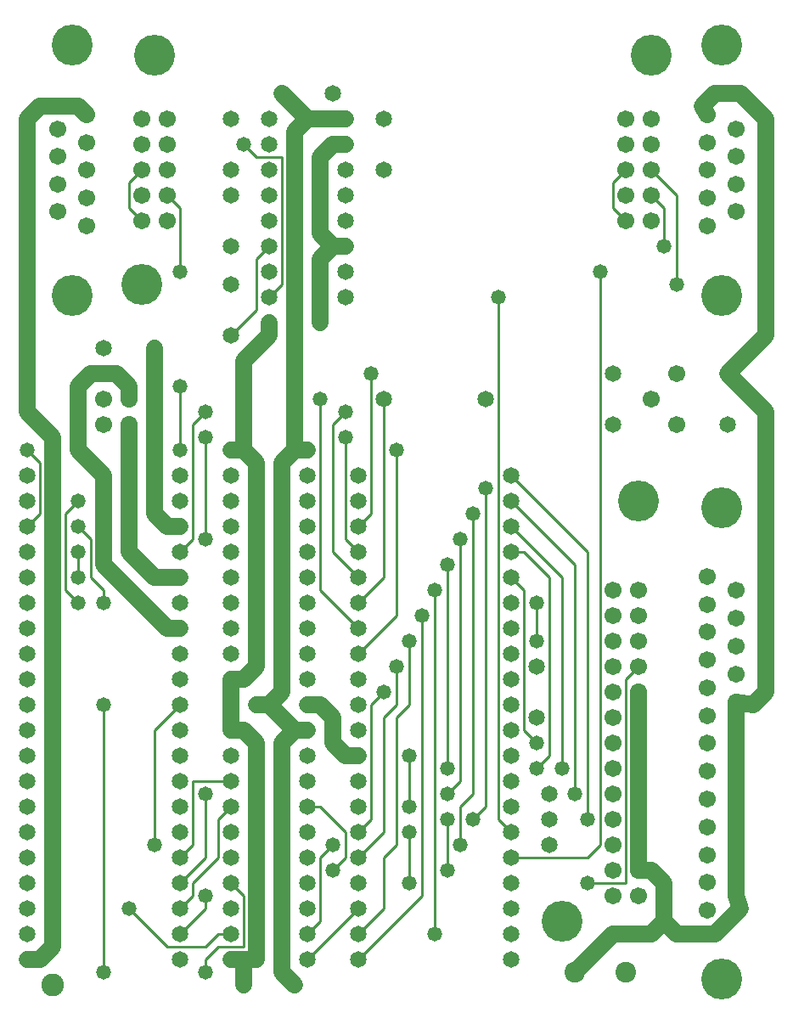
<source format=gtl>
%MOIN*%
%FSLAX25Y25*%
G04 D10 used for Character Trace; *
G04     Circle (OD=.01000) (No hole)*
G04 D11 used for Power Trace; *
G04     Circle (OD=.06700) (No hole)*
G04 D12 used for Signal Trace; *
G04     Circle (OD=.01100) (No hole)*
G04 D13 used for Via; *
G04     Circle (OD=.05800) (Round. Hole ID=.02800)*
G04 D14 used for Component hole; *
G04     Circle (OD=.06500) (Round. Hole ID=.03500)*
G04 D15 used for Component hole; *
G04     Circle (OD=.06700) (Round. Hole ID=.04300)*
G04 D16 used for Component hole; *
G04     Circle (OD=.08100) (Round. Hole ID=.05100)*
G04 D17 used for Component hole; *
G04     Circle (OD=.08900) (Round. Hole ID=.05900)*
G04 D18 used for Component hole; *
G04     Circle (OD=.11300) (Round. Hole ID=.08300)*
G04 D19 used for Component hole; *
G04     Circle (OD=.16000) (Round. Hole ID=.13000)*
G04 D20 used for Component hole; *
G04     Circle (OD=.18300) (Round. Hole ID=.15300)*
G04 D21 used for Component hole; *
G04     Circle (OD=.22291) (Round. Hole ID=.19291)*
%ADD10C,.01000*%
%ADD11C,.06700*%
%ADD12C,.01100*%
%ADD13C,.05800*%
%ADD14C,.06500*%
%ADD15C,.06700*%
%ADD16C,.08100*%
%ADD17C,.08900*%
%ADD18C,.11300*%
%ADD19C,.16000*%
%ADD20C,.18300*%
%ADD21C,.22291*%
%IPPOS*%
%LPD*%
G90*X0Y0D02*D11*X10000Y20000D02*X15000D01*D14*    
X10000D03*D11*X15000D02*X20000Y25000D01*Y80000D01*
D13*D03*D11*Y225000D01*X10000Y235000D01*          
Y260000D01*D13*D03*D11*Y350000D01*                
X15000Y355000D01*X30000D01*X33100Y351800D01*D15*  
D03*Y340900D03*X21800Y335400D03*Y346300D03*       
X55000Y330000D03*D12*X50000Y325000D01*Y315000D01* 
X55000Y310000D01*D15*D03*X65000Y320000D03*D12*    
X70000Y315000D01*Y290000D01*D13*D03*D19*          
X55000Y285000D03*D14*X90000D03*D15*               
X65000Y310000D03*D14*X90000Y300000D03*Y265000D03* 
D12*X100000Y275000D01*Y295000D01*                 
X105000Y300000D01*D14*D03*Y310000D03*Y290000D03*  
D12*Y280000D02*X110000Y285000D01*D14*             
X105000Y280000D03*D12*X110000Y285000D02*          
Y335000D01*X100000D01*X95000Y340000D01*D13*D03*   
D14*X105000Y330000D03*Y350000D03*X90000Y330000D03*
X105000Y340000D03*X90000Y350000D03*               
X110000Y360000D03*D11*X120000Y350000D01*          
X115000Y345000D01*Y255000D01*D13*D03*D11*         
Y230000D01*D14*D03*D11*Y220000D01*                
X110000Y215000D01*Y125000D01*X105000Y120000D01*   
X115000Y110000D01*X110000Y105000D01*Y15000D01*    
X115000Y10000D01*D14*D03*X120000Y20000D03*D12*    
X140000Y40000D01*D14*D03*D12*Y30000D02*           
X150000Y40000D01*D14*X140000Y30000D03*D12*        
X150000Y40000D02*Y60000D01*X155000Y65000D01*      
Y115000D01*X160000Y120000D01*Y145000D01*D13*D03*  
X165000Y155000D03*D12*Y45000D01*X140000Y20000D01* 
D14*D03*D12*X120000Y30000D02*X125000Y35000D01*D14*
X120000Y30000D03*D12*X125000Y35000D02*Y60000D01*  
X130000Y65000D01*D13*D03*D12*Y55000D02*           
X135000Y60000D01*D13*X130000Y55000D03*D12*        
X135000Y60000D02*Y70000D01*X125000Y80000D01*      
X120000D01*D14*D03*Y90000D03*Y70000D03*           
X140000Y60000D03*D12*X150000Y70000D01*Y115000D01* 
X155000Y120000D01*Y135000D01*D13*D03*             
X150000Y125000D03*D12*X145000Y120000D01*Y75000D01*
X140000Y70000D01*D14*D03*Y80000D03*D13*           
X160000Y50000D03*D12*Y70000D01*D13*D03*Y80000D03* 
D12*Y100000D01*D13*D03*X175000Y85000D03*D12*      
X180000Y90000D01*Y185000D01*D13*D03*              
X185000Y195000D03*D12*Y85000D01*X180000Y80000D01* 
Y65000D01*D13*D03*X185000Y75000D03*D12*           
X190000Y80000D01*Y205000D01*D13*D03*D14*          
X200000Y200000D03*D12*X225000Y175000D01*Y85000D01*
D13*D03*D14*X215000Y75000D03*Y85000D03*D13*       
X220000Y95000D03*D12*Y170000D01*X200000Y190000D01*
D14*D03*Y180000D03*D12*X205000D01*                
X215000Y170000D01*Y100000D01*X210000Y95000D01*D13*
D03*D14*X200000Y100000D03*D13*X210000Y105000D03*  
D12*X205000Y110000D01*Y165000D01*                 
X200000Y170000D01*D14*D03*D13*X210000Y160000D03*  
D12*Y145000D01*D13*D03*D14*X200000Y150000D03*     
X210000Y135000D03*X200000Y140000D03*Y130000D03*   
Y160000D03*Y120000D03*D15*X240000Y115000D03*      
Y125000D03*Y135000D03*Y145000D03*D14*             
X210000Y115000D03*D15*X240000Y155000D03*          
Y165000D03*D13*X175000Y175000D03*D12*Y95000D01*   
D13*D03*D12*X200000Y70000D02*X195000Y75000D01*D14*
X200000Y70000D03*D12*X195000Y75000D02*Y280000D01* 
D13*D03*D14*X190000Y240000D03*D13*                
X235000Y290000D03*D12*Y65000D01*X230000Y60000D01* 
X200000D01*D14*D03*Y50000D03*X215000Y65000D03*    
X200000Y80000D03*Y40000D03*D13*X175000Y75000D03*  
D12*Y55000D01*D13*D03*D14*X200000Y30000D03*D13*   
X170000D03*D12*Y165000D01*D13*D03*D12*            
X140000Y140000D02*X155000Y155000D01*D14*          
X140000Y140000D03*Y150000D03*D12*                 
X125000Y165000D01*Y240000D01*D13*D03*             
X135000Y235000D03*D12*X130000Y230000D01*          
Y180000D01*X140000Y170000D01*D14*D03*D12*         
Y160000D02*X150000Y170000D01*D14*                 
X140000Y160000D03*D12*X150000Y170000D02*          
Y240000D01*D14*D03*D13*X145000Y250000D03*D12*     
Y195000D01*X140000Y190000D01*D14*D03*D12*         
Y180000D02*X135000Y185000D01*D14*                 
X140000Y180000D03*D12*X135000Y185000D02*          
Y225000D01*D13*D03*D14*X120000Y210000D03*         
Y220000D03*D11*X115000D01*X100000Y135000D02*      
Y215000D01*X95000Y130000D02*X100000Y135000D01*    
X90000Y130000D02*X95000D01*D14*X90000D03*D11*     
Y110000D01*D14*D03*D11*X95000D01*                 
X100000Y105000D01*Y20000D01*X95000D01*Y10000D01*  
D14*D03*D11*X90000Y20000D02*X95000D01*D14*        
X90000D03*D12*X85000Y25000D02*X95000D01*          
X80000Y20000D02*X85000Y25000D01*X80000Y15000D02*  
Y20000D01*D13*Y15000D03*D14*X70000Y20000D03*D12*  
X65000Y25000D02*X80000D01*X65000D02*              
X50000Y40000D01*D13*D03*D14*X70000Y60000D03*D12*  
X75000Y65000D01*Y90000D01*X90000D01*D14*D03*      
Y100000D03*Y80000D03*D12*X85000Y75000D01*         
Y60000D01*X75000Y50000D01*Y45000D01*              
X70000Y40000D01*D14*D03*D12*Y30000D02*            
X80000Y40000D01*D14*X70000Y30000D03*D12*          
X80000Y40000D02*Y45000D01*D13*D03*D14*            
X90000Y40000D03*X70000Y50000D03*D12*              
X80000Y60000D01*Y85000D01*D13*D03*D14*            
X70000Y90000D03*Y80000D03*Y70000D03*Y100000D03*   
X90000Y70000D03*D13*X60000Y65000D03*D12*          
Y110000D01*X70000Y120000D01*D14*D03*Y130000D03*   
Y110000D03*X90000Y140000D03*X70000D03*            
X90000Y150000D03*X100000Y120000D03*D11*X105000D01*
X115000Y110000D02*X120000D01*D14*D03*D11*         
X135000Y100000D02*X130000Y105000D01*              
X135000Y100000D02*X140000D01*D14*D03*D11*         
X130000Y105000D02*Y115000D01*X125000Y120000D01*   
X120000D01*D14*D03*Y130000D03*X140000Y110000D03*  
Y120000D03*X120000Y140000D03*Y100000D03*          
X140000Y130000D03*X120000Y150000D03*              
X140000Y90000D03*D12*X155000Y155000D02*Y220000D01*
D13*D03*D14*X140000Y210000D03*Y200000D03*         
X120000D03*Y190000D03*Y180000D03*                 
X200000Y210000D03*D12*X230000Y180000D01*Y75000D01*
D13*D03*D15*X240000Y65000D03*Y85000D03*Y75000D03* 
X250000Y55000D03*D11*X255000D01*X260000Y50000D01* 
Y35000D01*X255000Y30000D01*X240000D01*            
X225000Y15000D01*D16*D03*X245000D03*D19*          
X220000Y35000D03*D14*X200000Y20000D03*D15*        
X250000Y45000D03*X240000D03*D12*X230000Y50000D02* 
X245000D01*D13*X230000D03*D15*X240000Y55000D03*   
D12*X245000Y50000D02*Y130000D01*X250000Y135000D01*
D15*D03*Y145000D03*Y125000D03*D11*Y115000D01*D15* 
D03*D11*Y105000D01*D15*D03*D11*Y95000D01*D15*D03* 
D11*Y85000D01*D15*D03*D11*Y75000D01*D15*D03*D11*  
Y65000D01*D15*D03*D11*Y55000D01*X265000Y30000D02* 
X260000Y35000D01*X265000Y30000D02*X280000D01*     
X290000Y40000D01*X288200Y45000D01*D15*D03*D11*    
Y55900D01*D15*D03*D11*Y66800D01*D15*D03*D11*      
Y77800D01*D15*D03*D11*Y88700D01*D15*D03*D11*      
Y99600D01*D15*D03*D11*Y110400D01*D15*D03*D11*     
Y121300D01*D15*D03*D11*X295000Y120000D01*         
X300000Y125000D01*Y235000D01*X285000Y250000D01*   
D14*D03*D11*X300000Y265000D01*Y350000D01*         
X290000Y360000D01*X280000D01*X275000Y355000D01*   
X276900Y351800D01*D15*D03*Y340900D03*             
X288200Y335400D03*Y346300D03*X255000Y330000D03*   
D12*X265000Y320000D01*Y285000D01*D13*D03*         
X260000Y300000D03*D12*Y315000D01*                 
X255000Y320000D01*D15*D03*X245000Y330000D03*D12*  
X240000Y325000D01*Y315000D01*X245000Y310000D01*   
D15*D03*X255000D03*X245000Y320000D03*             
X255000Y340000D03*X276900Y308200D03*              
X245000Y340000D03*X276900Y319100D03*Y330000D03*   
D19*X282600Y280800D03*D15*X255000Y350000D03*      
X245000D03*X288200Y313700D03*Y324600D03*D14*      
X240000Y250000D03*D15*X265000D03*D19*             
X255000Y375000D03*X282600Y379200D03*D15*          
X255000Y240000D03*D14*X240000Y230000D03*D15*      
X265000D03*D14*X285000D03*X150000Y350000D03*      
Y330000D03*X135000Y350000D03*D11*X120000D01*      
X125000Y335000D02*X130000Y340000D01*              
X125000Y305000D02*Y335000D01*X130000Y300000D02*   
X125000Y305000D01*Y295000D02*X130000Y300000D01*   
X125000Y270000D02*Y295000D01*D13*Y270000D03*D14*  
X135000Y280000D03*Y290000D03*D13*                 
X105000Y270000D03*D11*Y265000D01*X95000Y255000D01*
Y230000D01*D14*D03*D11*Y220000D01*                
X100000Y215000D01*X90000Y220000D02*X95000D01*D14* 
X90000D03*D13*X80000Y225000D03*D12*Y185000D01*D13*
D03*D12*X70000Y180000D02*X75000Y185000D01*D14*    
X70000Y180000D03*D12*X75000Y185000D02*Y230000D01* 
X80000Y235000D01*D13*D03*X70000Y245000D03*D12*    
Y220000D01*D13*D03*D15*X60000Y230000D03*D11*      
Y195000D01*X65000Y190000D01*X70000D01*D14*D03*    
Y200000D03*X90000Y170000D03*Y210000D03*Y180000D03*
D11*X60000Y170000D02*X70000D01*D14*D03*D11*       
X60000D02*X50000Y180000D01*Y230000D01*D15*D03*    
X60000Y240000D03*D11*Y230000D01*D15*              
X50000Y240000D03*D11*Y245000D01*X45000Y250000D01* 
X35000D01*X30000Y245000D01*Y220000D01*            
X40000Y210000D01*Y175000D01*X65000Y150000D01*     
X70000D01*D14*D03*Y160000D03*X90000D03*D13*       
X40000Y120000D03*D12*Y15000D01*D13*D03*D17*       
X20000Y10000D03*D14*X10000Y40000D03*Y30000D03*    
Y50000D03*D12*X80000Y25000D02*X85000Y30000D01*    
X90000D01*D14*D03*D12*X95000Y25000D02*Y45000D01*  
X90000Y50000D01*D14*D03*Y60000D03*                
X120000Y40000D03*Y50000D03*Y60000D03*             
X140000Y50000D03*X10000Y130000D03*Y120000D03*     
Y110000D03*Y100000D03*Y90000D03*Y80000D03*        
Y70000D03*Y60000D03*Y140000D03*Y150000D03*        
X120000Y160000D03*X200000Y90000D03*D13*           
X40000Y160000D03*D12*Y165000D01*X35000Y170000D01* 
Y185000D01*X30000Y190000D01*D13*D03*D12*          
X25000Y165000D02*Y195000D01*X30000Y160000D02*     
X25000Y165000D01*D13*X30000Y160000D03*Y170000D03* 
D12*Y180000D01*D13*D03*D12*X10000Y190000D02*      
X15000Y195000D01*D14*X10000Y190000D03*D12*        
X15000Y195000D02*Y215000D01*X10000Y220000D01*D13* 
D03*D14*Y210000D03*D13*X30000Y200000D03*D12*      
X25000Y195000D01*D14*X10000Y180000D03*Y200000D03* 
Y170000D03*D15*X40000Y230000D03*D14*              
X10000Y160000D03*D11*X60000Y240000D02*Y260000D01* 
D14*D03*D15*X40000Y240000D03*D14*Y260000D03*D19*  
X27400Y280800D03*D14*X70000Y210000D03*D15*        
X33100Y308200D03*X21800Y313700D03*D14*            
X105000Y320000D03*X90000D03*D15*X55000D03*        
X33100Y319100D03*D14*X90000Y200000D03*D15*        
X21800Y324600D03*X65000Y330000D03*X33100D03*D14*  
X90000Y190000D03*D11*X130000Y300000D02*X135000D01*
D14*D03*Y310000D03*Y320000D03*Y330000D03*         
Y340000D03*D11*X130000D01*D14*Y360000D03*D15*     
X65000Y350000D03*Y340000D03*D19*X60000Y375000D03* 
D15*X55000Y350000D03*Y340000D03*D19*              
X27400Y379200D03*X250000Y200000D03*               
X282600Y197600D03*D14*X120000Y170000D03*D15*      
X276900Y170400D03*X250000Y165000D03*X288200D03*   
X276900Y159600D03*X250000Y155000D03*              
X288200Y154100D03*X276900Y148700D03*              
X288200Y143200D03*X276900Y137800D03*              
X288200Y132200D03*X276900Y126800D03*Y115900D03*   
D14*X200000Y110000D03*D15*X240000Y105000D03*      
X276900D03*X240000Y95000D03*X276900Y94100D03*     
Y83200D03*Y72200D03*Y61300D03*Y50400D03*Y39600D03*
D19*X282600Y12400D03*M02*                         

</source>
